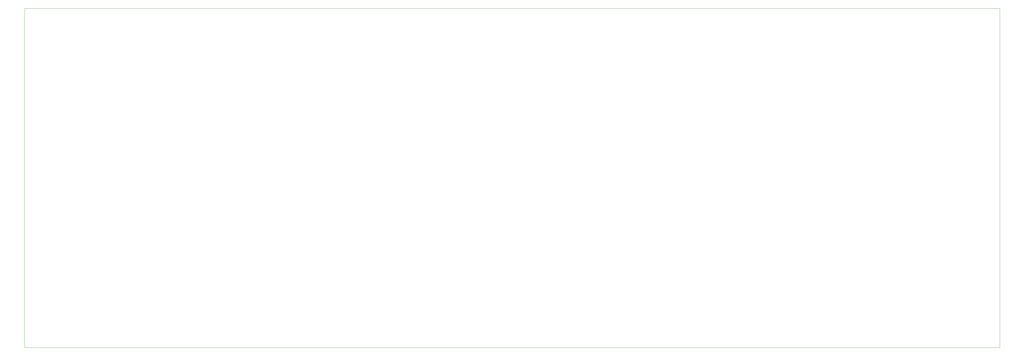
<source format=gm1>
%TF.GenerationSoftware,KiCad,Pcbnew,(5.1.6)-1*%
%TF.CreationDate,2020-08-03T21:57:09-05:00*%
%TF.ProjectId,customKeyboard,63757374-6f6d-44b6-9579-626f6172642e,rev?*%
%TF.SameCoordinates,Original*%
%TF.FileFunction,Profile,NP*%
%FSLAX46Y46*%
G04 Gerber Fmt 4.6, Leading zero omitted, Abs format (unit mm)*
G04 Created by KiCad (PCBNEW (5.1.6)-1) date 2020-08-03 21:57:09*
%MOMM*%
%LPD*%
G01*
G04 APERTURE LIST*
%TA.AperFunction,Profile*%
%ADD10C,0.050000*%
%TD*%
G04 APERTURE END LIST*
D10*
X42862500Y-144462500D02*
X42862500Y-22225000D01*
X393700000Y-144462500D02*
X42862500Y-144462500D01*
X393700000Y-22225000D02*
X393700000Y-144462500D01*
X42862500Y-22225000D02*
X393700000Y-22225000D01*
M02*

</source>
